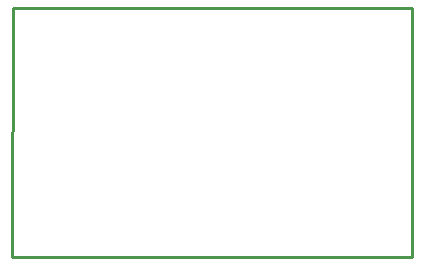
<source format=gko>
G04 Layer: BoardOutline*
G04 EasyEDA v6.4.25, 2021-12-08T09:20:59--6:00*
G04 69f887db25cf48ce9622c15e18288c25,10*
G04 Gerber Generator version 0.2*
G04 Scale: 100 percent, Rotated: No, Reflected: No *
G04 Dimensions in millimeters *
G04 leading zeros omitted , absolute positions ,4 integer and 5 decimal *
%FSLAX45Y45*%
%MOMM*%

%ADD10C,0.2540*%
D10*
X700001Y15599999D02*
G01*
X4076700Y15595600D01*
X4076700Y13487400D01*
X685800Y13487400D01*
X700001Y15599999D01*

%LPD*%
M02*

</source>
